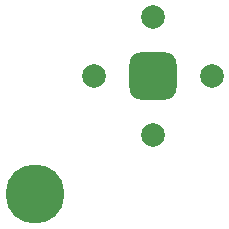
<source format=gtl>
%MOMM*%
%FSLAX46Y46*%
%IPPOS*%

G01*

%AMRoundRect*
0 Rectangle with rounded corners*
0 $1 Rounding radius*
0 $2 $3 $4 $5 $6 $7 $8 $9 X,Y pos of 4 corners*
0 Add a 4 corners polygon primitive as box body*
4,1,4,$2,$3,$4,$5,$6,$7,$8,$9,$2,$3,90*
0 Add four circle primitives for the rounded corners*
1,1,($1)+($1),$2,$3,90*
1,1,($1)+($1),$4,$5,90*
1,1,($1)+($1),$6,$7,90*
1,1,($1)+($1),$8,$9,90*
0 Add four rect primitives between the rounded corners*
20,1,($1)+($1),$2,$3,$4,$5,90*
20,1,($1)+($1),$4,$5,$6,$7,90*
20,1,($1)+($1),$6,$7,$8,$9,90*
20,1,($1)+($1),$8,$9,$2,$3,90*
%

%ADD10RoundRect,1X1X-1X1X1X-1X1X-1X-1X0*%
%ADD11C,2X0*%
%ADD12C,5X0*%

D10*
X-0000000Y000000D03*

D11*
X-5000000Y000000D03*
X5000000Y000000D03*
X0000000Y-5000000D03*
X0000000Y5000000D03*

D12*
X-10000000Y-10000000D03*

M02*

</source>
